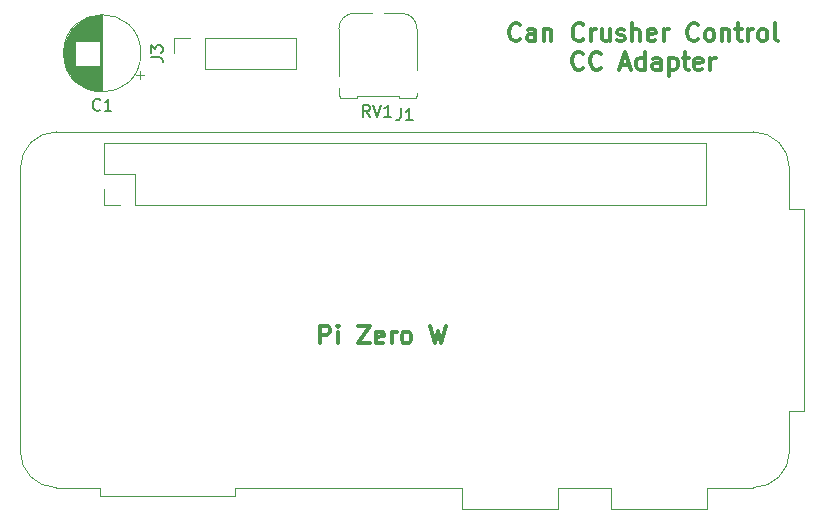
<source format=gbr>
%TF.GenerationSoftware,KiCad,Pcbnew,6.0.9-8da3e8f707~116~ubuntu22.04.1*%
%TF.CreationDate,2022-11-17T13:26:58-05:00*%
%TF.ProjectId,can-crusher-pi-hat,63616e2d-6372-4757-9368-65722d70692d,rev?*%
%TF.SameCoordinates,Original*%
%TF.FileFunction,Legend,Top*%
%TF.FilePolarity,Positive*%
%FSLAX46Y46*%
G04 Gerber Fmt 4.6, Leading zero omitted, Abs format (unit mm)*
G04 Created by KiCad (PCBNEW 6.0.9-8da3e8f707~116~ubuntu22.04.1) date 2022-11-17 13:26:58*
%MOMM*%
%LPD*%
G01*
G04 APERTURE LIST*
%ADD10C,0.300000*%
%ADD11C,0.150000*%
%ADD12C,0.120000*%
G04 APERTURE END LIST*
D10*
X158136142Y-55716214D02*
X158064714Y-55787642D01*
X157850428Y-55859071D01*
X157707571Y-55859071D01*
X157493285Y-55787642D01*
X157350428Y-55644785D01*
X157279000Y-55501928D01*
X157207571Y-55216214D01*
X157207571Y-55001928D01*
X157279000Y-54716214D01*
X157350428Y-54573357D01*
X157493285Y-54430500D01*
X157707571Y-54359071D01*
X157850428Y-54359071D01*
X158064714Y-54430500D01*
X158136142Y-54501928D01*
X159421857Y-55859071D02*
X159421857Y-55073357D01*
X159350428Y-54930500D01*
X159207571Y-54859071D01*
X158921857Y-54859071D01*
X158779000Y-54930500D01*
X159421857Y-55787642D02*
X159279000Y-55859071D01*
X158921857Y-55859071D01*
X158779000Y-55787642D01*
X158707571Y-55644785D01*
X158707571Y-55501928D01*
X158779000Y-55359071D01*
X158921857Y-55287642D01*
X159279000Y-55287642D01*
X159421857Y-55216214D01*
X160136142Y-54859071D02*
X160136142Y-55859071D01*
X160136142Y-55001928D02*
X160207571Y-54930500D01*
X160350428Y-54859071D01*
X160564714Y-54859071D01*
X160707571Y-54930500D01*
X160779000Y-55073357D01*
X160779000Y-55859071D01*
X163493285Y-55716214D02*
X163421857Y-55787642D01*
X163207571Y-55859071D01*
X163064714Y-55859071D01*
X162850428Y-55787642D01*
X162707571Y-55644785D01*
X162636142Y-55501928D01*
X162564714Y-55216214D01*
X162564714Y-55001928D01*
X162636142Y-54716214D01*
X162707571Y-54573357D01*
X162850428Y-54430500D01*
X163064714Y-54359071D01*
X163207571Y-54359071D01*
X163421857Y-54430500D01*
X163493285Y-54501928D01*
X164136142Y-55859071D02*
X164136142Y-54859071D01*
X164136142Y-55144785D02*
X164207571Y-55001928D01*
X164279000Y-54930500D01*
X164421857Y-54859071D01*
X164564714Y-54859071D01*
X165707571Y-54859071D02*
X165707571Y-55859071D01*
X165064714Y-54859071D02*
X165064714Y-55644785D01*
X165136142Y-55787642D01*
X165279000Y-55859071D01*
X165493285Y-55859071D01*
X165636142Y-55787642D01*
X165707571Y-55716214D01*
X166350428Y-55787642D02*
X166493285Y-55859071D01*
X166779000Y-55859071D01*
X166921857Y-55787642D01*
X166993285Y-55644785D01*
X166993285Y-55573357D01*
X166921857Y-55430500D01*
X166779000Y-55359071D01*
X166564714Y-55359071D01*
X166421857Y-55287642D01*
X166350428Y-55144785D01*
X166350428Y-55073357D01*
X166421857Y-54930500D01*
X166564714Y-54859071D01*
X166779000Y-54859071D01*
X166921857Y-54930500D01*
X167636142Y-55859071D02*
X167636142Y-54359071D01*
X168279000Y-55859071D02*
X168279000Y-55073357D01*
X168207571Y-54930500D01*
X168064714Y-54859071D01*
X167850428Y-54859071D01*
X167707571Y-54930500D01*
X167636142Y-55001928D01*
X169564714Y-55787642D02*
X169421857Y-55859071D01*
X169136142Y-55859071D01*
X168993285Y-55787642D01*
X168921857Y-55644785D01*
X168921857Y-55073357D01*
X168993285Y-54930500D01*
X169136142Y-54859071D01*
X169421857Y-54859071D01*
X169564714Y-54930500D01*
X169636142Y-55073357D01*
X169636142Y-55216214D01*
X168921857Y-55359071D01*
X170279000Y-55859071D02*
X170279000Y-54859071D01*
X170279000Y-55144785D02*
X170350428Y-55001928D01*
X170421857Y-54930500D01*
X170564714Y-54859071D01*
X170707571Y-54859071D01*
X173207571Y-55716214D02*
X173136142Y-55787642D01*
X172921857Y-55859071D01*
X172779000Y-55859071D01*
X172564714Y-55787642D01*
X172421857Y-55644785D01*
X172350428Y-55501928D01*
X172279000Y-55216214D01*
X172279000Y-55001928D01*
X172350428Y-54716214D01*
X172421857Y-54573357D01*
X172564714Y-54430500D01*
X172779000Y-54359071D01*
X172921857Y-54359071D01*
X173136142Y-54430500D01*
X173207571Y-54501928D01*
X174064714Y-55859071D02*
X173921857Y-55787642D01*
X173850428Y-55716214D01*
X173779000Y-55573357D01*
X173779000Y-55144785D01*
X173850428Y-55001928D01*
X173921857Y-54930500D01*
X174064714Y-54859071D01*
X174279000Y-54859071D01*
X174421857Y-54930500D01*
X174493285Y-55001928D01*
X174564714Y-55144785D01*
X174564714Y-55573357D01*
X174493285Y-55716214D01*
X174421857Y-55787642D01*
X174279000Y-55859071D01*
X174064714Y-55859071D01*
X175207571Y-54859071D02*
X175207571Y-55859071D01*
X175207571Y-55001928D02*
X175279000Y-54930500D01*
X175421857Y-54859071D01*
X175636142Y-54859071D01*
X175779000Y-54930500D01*
X175850428Y-55073357D01*
X175850428Y-55859071D01*
X176350428Y-54859071D02*
X176921857Y-54859071D01*
X176564714Y-54359071D02*
X176564714Y-55644785D01*
X176636142Y-55787642D01*
X176779000Y-55859071D01*
X176921857Y-55859071D01*
X177421857Y-55859071D02*
X177421857Y-54859071D01*
X177421857Y-55144785D02*
X177493285Y-55001928D01*
X177564714Y-54930500D01*
X177707571Y-54859071D01*
X177850428Y-54859071D01*
X178564714Y-55859071D02*
X178421857Y-55787642D01*
X178350428Y-55716214D01*
X178279000Y-55573357D01*
X178279000Y-55144785D01*
X178350428Y-55001928D01*
X178421857Y-54930500D01*
X178564714Y-54859071D01*
X178779000Y-54859071D01*
X178921857Y-54930500D01*
X178993285Y-55001928D01*
X179064714Y-55144785D01*
X179064714Y-55573357D01*
X178993285Y-55716214D01*
X178921857Y-55787642D01*
X178779000Y-55859071D01*
X178564714Y-55859071D01*
X179921857Y-55859071D02*
X179779000Y-55787642D01*
X179707571Y-55644785D01*
X179707571Y-54359071D01*
X163457571Y-58131214D02*
X163386142Y-58202642D01*
X163171857Y-58274071D01*
X163029000Y-58274071D01*
X162814714Y-58202642D01*
X162671857Y-58059785D01*
X162600428Y-57916928D01*
X162529000Y-57631214D01*
X162529000Y-57416928D01*
X162600428Y-57131214D01*
X162671857Y-56988357D01*
X162814714Y-56845500D01*
X163029000Y-56774071D01*
X163171857Y-56774071D01*
X163386142Y-56845500D01*
X163457571Y-56916928D01*
X164957571Y-58131214D02*
X164886142Y-58202642D01*
X164671857Y-58274071D01*
X164529000Y-58274071D01*
X164314714Y-58202642D01*
X164171857Y-58059785D01*
X164100428Y-57916928D01*
X164029000Y-57631214D01*
X164029000Y-57416928D01*
X164100428Y-57131214D01*
X164171857Y-56988357D01*
X164314714Y-56845500D01*
X164529000Y-56774071D01*
X164671857Y-56774071D01*
X164886142Y-56845500D01*
X164957571Y-56916928D01*
X166671857Y-57845500D02*
X167386142Y-57845500D01*
X166529000Y-58274071D02*
X167029000Y-56774071D01*
X167529000Y-58274071D01*
X168671857Y-58274071D02*
X168671857Y-56774071D01*
X168671857Y-58202642D02*
X168529000Y-58274071D01*
X168243285Y-58274071D01*
X168100428Y-58202642D01*
X168029000Y-58131214D01*
X167957571Y-57988357D01*
X167957571Y-57559785D01*
X168029000Y-57416928D01*
X168100428Y-57345500D01*
X168243285Y-57274071D01*
X168529000Y-57274071D01*
X168671857Y-57345500D01*
X170029000Y-58274071D02*
X170029000Y-57488357D01*
X169957571Y-57345500D01*
X169814714Y-57274071D01*
X169529000Y-57274071D01*
X169386142Y-57345500D01*
X170029000Y-58202642D02*
X169886142Y-58274071D01*
X169529000Y-58274071D01*
X169386142Y-58202642D01*
X169314714Y-58059785D01*
X169314714Y-57916928D01*
X169386142Y-57774071D01*
X169529000Y-57702642D01*
X169886142Y-57702642D01*
X170029000Y-57631214D01*
X170743285Y-57274071D02*
X170743285Y-58774071D01*
X170743285Y-57345500D02*
X170886142Y-57274071D01*
X171171857Y-57274071D01*
X171314714Y-57345500D01*
X171386142Y-57416928D01*
X171457571Y-57559785D01*
X171457571Y-57988357D01*
X171386142Y-58131214D01*
X171314714Y-58202642D01*
X171171857Y-58274071D01*
X170886142Y-58274071D01*
X170743285Y-58202642D01*
X171886142Y-57274071D02*
X172457571Y-57274071D01*
X172100428Y-56774071D02*
X172100428Y-58059785D01*
X172171857Y-58202642D01*
X172314714Y-58274071D01*
X172457571Y-58274071D01*
X173529000Y-58202642D02*
X173386142Y-58274071D01*
X173100428Y-58274071D01*
X172957571Y-58202642D01*
X172886142Y-58059785D01*
X172886142Y-57488357D01*
X172957571Y-57345500D01*
X173100428Y-57274071D01*
X173386142Y-57274071D01*
X173529000Y-57345500D01*
X173600428Y-57488357D01*
X173600428Y-57631214D01*
X172886142Y-57774071D01*
X174243285Y-58274071D02*
X174243285Y-57274071D01*
X174243285Y-57559785D02*
X174314714Y-57416928D01*
X174386142Y-57345500D01*
X174529000Y-57274071D01*
X174671857Y-57274071D01*
X141181000Y-81450571D02*
X141181000Y-79950571D01*
X141752428Y-79950571D01*
X141895285Y-80022000D01*
X141966714Y-80093428D01*
X142038142Y-80236285D01*
X142038142Y-80450571D01*
X141966714Y-80593428D01*
X141895285Y-80664857D01*
X141752428Y-80736285D01*
X141181000Y-80736285D01*
X142681000Y-81450571D02*
X142681000Y-80450571D01*
X142681000Y-79950571D02*
X142609571Y-80022000D01*
X142681000Y-80093428D01*
X142752428Y-80022000D01*
X142681000Y-79950571D01*
X142681000Y-80093428D01*
X144395285Y-79950571D02*
X145395285Y-79950571D01*
X144395285Y-81450571D01*
X145395285Y-81450571D01*
X146538142Y-81379142D02*
X146395285Y-81450571D01*
X146109571Y-81450571D01*
X145966714Y-81379142D01*
X145895285Y-81236285D01*
X145895285Y-80664857D01*
X145966714Y-80522000D01*
X146109571Y-80450571D01*
X146395285Y-80450571D01*
X146538142Y-80522000D01*
X146609571Y-80664857D01*
X146609571Y-80807714D01*
X145895285Y-80950571D01*
X147252428Y-81450571D02*
X147252428Y-80450571D01*
X147252428Y-80736285D02*
X147323857Y-80593428D01*
X147395285Y-80522000D01*
X147538142Y-80450571D01*
X147681000Y-80450571D01*
X148395285Y-81450571D02*
X148252428Y-81379142D01*
X148181000Y-81307714D01*
X148109571Y-81164857D01*
X148109571Y-80736285D01*
X148181000Y-80593428D01*
X148252428Y-80522000D01*
X148395285Y-80450571D01*
X148609571Y-80450571D01*
X148752428Y-80522000D01*
X148823857Y-80593428D01*
X148895285Y-80736285D01*
X148895285Y-81164857D01*
X148823857Y-81307714D01*
X148752428Y-81379142D01*
X148609571Y-81450571D01*
X148395285Y-81450571D01*
X150538142Y-79950571D02*
X150895285Y-81450571D01*
X151181000Y-80379142D01*
X151466714Y-81450571D01*
X151823857Y-79950571D01*
D11*
%TO.C,J3*%
X126857380Y-57229333D02*
X127571666Y-57229333D01*
X127714523Y-57276952D01*
X127809761Y-57372190D01*
X127857380Y-57515047D01*
X127857380Y-57610285D01*
X126857380Y-56848380D02*
X126857380Y-56229333D01*
X127238333Y-56562666D01*
X127238333Y-56419809D01*
X127285952Y-56324571D01*
X127333571Y-56276952D01*
X127428809Y-56229333D01*
X127666904Y-56229333D01*
X127762142Y-56276952D01*
X127809761Y-56324571D01*
X127857380Y-56419809D01*
X127857380Y-56705523D01*
X127809761Y-56800761D01*
X127762142Y-56848380D01*
%TO.C,RV1*%
X145394761Y-62261380D02*
X145061428Y-61785190D01*
X144823333Y-62261380D02*
X144823333Y-61261380D01*
X145204285Y-61261380D01*
X145299523Y-61309000D01*
X145347142Y-61356619D01*
X145394761Y-61451857D01*
X145394761Y-61594714D01*
X145347142Y-61689952D01*
X145299523Y-61737571D01*
X145204285Y-61785190D01*
X144823333Y-61785190D01*
X145680476Y-61261380D02*
X146013809Y-62261380D01*
X146347142Y-61261380D01*
X147204285Y-62261380D02*
X146632857Y-62261380D01*
X146918571Y-62261380D02*
X146918571Y-61261380D01*
X146823333Y-61404238D01*
X146728095Y-61499476D01*
X146632857Y-61547095D01*
%TO.C,C1*%
X122574713Y-61653142D02*
X122527094Y-61700761D01*
X122384237Y-61748380D01*
X122288999Y-61748380D01*
X122146141Y-61700761D01*
X122050903Y-61605523D01*
X122003284Y-61510285D01*
X121955665Y-61319809D01*
X121955665Y-61176952D01*
X122003284Y-60986476D01*
X122050903Y-60891238D01*
X122146141Y-60796000D01*
X122288999Y-60748380D01*
X122384237Y-60748380D01*
X122527094Y-60796000D01*
X122574713Y-60843619D01*
X123527094Y-61748380D02*
X122955665Y-61748380D01*
X123241380Y-61748380D02*
X123241380Y-60748380D01*
X123146141Y-60891238D01*
X123050903Y-60986476D01*
X122955665Y-61034095D01*
%TO.C,J1*%
X148039666Y-61556380D02*
X148039666Y-62270666D01*
X147992047Y-62413523D01*
X147896809Y-62508761D01*
X147753952Y-62556380D01*
X147658714Y-62556380D01*
X149039666Y-62556380D02*
X148468238Y-62556380D01*
X148753952Y-62556380D02*
X148753952Y-61556380D01*
X148658714Y-61699238D01*
X148563476Y-61794476D01*
X148468238Y-61842095D01*
D12*
%TO.C,J3*%
X128845000Y-56896000D02*
X128845000Y-55566000D01*
X131445000Y-58226000D02*
X139125000Y-58226000D01*
X139125000Y-58226000D02*
X139125000Y-55566000D01*
X131445000Y-58226000D02*
X131445000Y-55566000D01*
X131445000Y-55566000D02*
X139125000Y-55566000D01*
X128845000Y-55566000D02*
X130175000Y-55566000D01*
%TO.C,RV1*%
X146600000Y-53499000D02*
X148090000Y-53499000D01*
X147880000Y-60519000D02*
X144300000Y-60519000D01*
X149400000Y-60519000D02*
X149400000Y-60269000D01*
X147880000Y-60519000D02*
X147880000Y-60719000D01*
X149300000Y-60519000D02*
X149400000Y-60519000D01*
X142880000Y-60719000D02*
X142880000Y-60519000D01*
X149300000Y-60719000D02*
X149300000Y-60519000D01*
X144300000Y-60519000D02*
X144300000Y-60719000D01*
X149400000Y-54809000D02*
X149400000Y-58349000D01*
X142780000Y-60519000D02*
X142780000Y-59829000D01*
X144300000Y-60719000D02*
X142880000Y-60719000D01*
X142880000Y-60519000D02*
X142780000Y-60519000D01*
X149300000Y-60719000D02*
X147880000Y-60719000D01*
X144090000Y-53499000D02*
X145580000Y-53499000D01*
X142780000Y-58789000D02*
X142780000Y-54809000D01*
X149400000Y-54809000D02*
G75*
G03*
X148090000Y-53499000I-1310000J0D01*
G01*
X144090000Y-53499000D02*
G75*
G03*
X142780000Y-54809000I0J-1310000D01*
G01*
%TO.C,C1*%
X121540380Y-59898000D02*
X121540380Y-57936000D01*
X121620380Y-55856000D02*
X121620380Y-53863000D01*
X121140380Y-59708000D02*
X121140380Y-57936000D01*
X122261380Y-55856000D02*
X122261380Y-53701000D01*
X120780380Y-55856000D02*
X120780380Y-54318000D01*
X120260380Y-58988000D02*
X120260380Y-54804000D01*
X120380380Y-59120000D02*
X120380380Y-54672000D01*
X120940380Y-55856000D02*
X120940380Y-54206000D01*
X121900380Y-60017000D02*
X121900380Y-57936000D01*
X122221380Y-55856000D02*
X122221380Y-53707000D01*
X122381380Y-55856000D02*
X122381380Y-53685000D01*
X120700380Y-59412000D02*
X120700380Y-57936000D01*
X121660380Y-55856000D02*
X121660380Y-53849000D01*
X120740380Y-55856000D02*
X120740380Y-54348000D01*
X120340380Y-59078000D02*
X120340380Y-54714000D01*
X122501380Y-55856000D02*
X122501380Y-53674000D01*
X122061380Y-60055000D02*
X122061380Y-57936000D01*
X120060380Y-58730000D02*
X120060380Y-55062000D01*
X122541380Y-60120000D02*
X122541380Y-53672000D01*
X119860380Y-58405000D02*
X119860380Y-55387000D01*
X119500380Y-57298000D02*
X119500380Y-56494000D01*
X121180380Y-55856000D02*
X121180380Y-54062000D01*
X122181380Y-60078000D02*
X122181380Y-57936000D01*
X121740380Y-55856000D02*
X121740380Y-53822000D01*
X122381380Y-60107000D02*
X122381380Y-57936000D01*
X120460380Y-55856000D02*
X120460380Y-54591000D01*
X120580380Y-55856000D02*
X120580380Y-54480000D01*
X121020380Y-55856000D02*
X121020380Y-54154000D01*
X121340380Y-55856000D02*
X121340380Y-53980000D01*
X120620380Y-55856000D02*
X120620380Y-54446000D01*
X120700380Y-55856000D02*
X120700380Y-54380000D01*
X119780380Y-58246000D02*
X119780380Y-55546000D01*
X122501380Y-60118000D02*
X122501380Y-57936000D01*
X119820380Y-58328000D02*
X119820380Y-55464000D01*
X121900380Y-55856000D02*
X121900380Y-53775000D01*
X121220380Y-55856000D02*
X121220380Y-54040000D01*
X121060380Y-55856000D02*
X121060380Y-54130000D01*
X121260380Y-55856000D02*
X121260380Y-54020000D01*
X122741380Y-60126000D02*
X122741380Y-53666000D01*
X121820380Y-59994000D02*
X121820380Y-57936000D01*
X120580380Y-59312000D02*
X120580380Y-57936000D01*
X120940380Y-59586000D02*
X120940380Y-57936000D01*
X121780380Y-55856000D02*
X121780380Y-53810000D01*
X125926621Y-59050000D02*
X125926621Y-58420000D01*
X120020380Y-58672000D02*
X120020380Y-55120000D01*
X120660380Y-55856000D02*
X120660380Y-54412000D01*
X121460380Y-59866000D02*
X121460380Y-57936000D01*
X120620380Y-59346000D02*
X120620380Y-57936000D01*
X121100380Y-59686000D02*
X121100380Y-57936000D01*
X126241621Y-58735000D02*
X125611621Y-58735000D01*
X120900380Y-55856000D02*
X120900380Y-54232000D01*
X122020380Y-60046000D02*
X122020380Y-57936000D01*
X121940380Y-60027000D02*
X121940380Y-57936000D01*
X121260380Y-59772000D02*
X121260380Y-57936000D01*
X122020380Y-55856000D02*
X122020380Y-53746000D01*
X120980380Y-55856000D02*
X120980380Y-54180000D01*
X121380380Y-55856000D02*
X121380380Y-53962000D01*
X120300380Y-59033000D02*
X120300380Y-54759000D01*
X120660380Y-59380000D02*
X120660380Y-57936000D01*
X121780380Y-59982000D02*
X121780380Y-57936000D01*
X120220380Y-58940000D02*
X120220380Y-54852000D01*
X122221380Y-60085000D02*
X122221380Y-57936000D01*
X122301380Y-55856000D02*
X122301380Y-53695000D01*
X121620380Y-59929000D02*
X121620380Y-57936000D01*
X121380380Y-59830000D02*
X121380380Y-57936000D01*
X120500380Y-55856000D02*
X120500380Y-54553000D01*
X121580380Y-55856000D02*
X121580380Y-53878000D01*
X119940380Y-58546000D02*
X119940380Y-55246000D01*
X120500380Y-59239000D02*
X120500380Y-57936000D01*
X121980380Y-55856000D02*
X121980380Y-53755000D01*
X122461380Y-60114000D02*
X122461380Y-57936000D01*
X121580380Y-59914000D02*
X121580380Y-57936000D01*
X122661380Y-60126000D02*
X122661380Y-53666000D01*
X120540380Y-59276000D02*
X120540380Y-57936000D01*
X119900380Y-58477000D02*
X119900380Y-55315000D01*
X120860380Y-59532000D02*
X120860380Y-57936000D01*
X119620380Y-57836000D02*
X119620380Y-55956000D01*
X121700380Y-59957000D02*
X121700380Y-57936000D01*
X121500380Y-55856000D02*
X121500380Y-53910000D01*
X120820380Y-59503000D02*
X120820380Y-57936000D01*
X122421380Y-55856000D02*
X122421380Y-53681000D01*
X121020380Y-59638000D02*
X121020380Y-57936000D01*
X121820380Y-55856000D02*
X121820380Y-53798000D01*
X121220380Y-59752000D02*
X121220380Y-57936000D01*
X119660380Y-57955000D02*
X119660380Y-55837000D01*
X119700380Y-58061000D02*
X119700380Y-55731000D01*
X119740380Y-58158000D02*
X119740380Y-55634000D01*
X120980380Y-59612000D02*
X120980380Y-57936000D01*
X121540380Y-55856000D02*
X121540380Y-53894000D01*
X122301380Y-60097000D02*
X122301380Y-57936000D01*
X121740380Y-59970000D02*
X121740380Y-57936000D01*
X122101380Y-55856000D02*
X122101380Y-53729000D01*
X122421380Y-60111000D02*
X122421380Y-57936000D01*
X122701380Y-60126000D02*
X122701380Y-53666000D01*
X121660380Y-59943000D02*
X121660380Y-57936000D01*
X121860380Y-55856000D02*
X121860380Y-53786000D01*
X122581380Y-60123000D02*
X122581380Y-53669000D01*
X120140380Y-58840000D02*
X120140380Y-54952000D01*
X122141380Y-55856000D02*
X122141380Y-53721000D01*
X121700380Y-55856000D02*
X121700380Y-53835000D01*
X120740380Y-59444000D02*
X120740380Y-57936000D01*
X120460380Y-59201000D02*
X120460380Y-57936000D01*
X120900380Y-59560000D02*
X120900380Y-57936000D01*
X121860380Y-60006000D02*
X121860380Y-57936000D01*
X122141380Y-60071000D02*
X122141380Y-57936000D01*
X120860380Y-55856000D02*
X120860380Y-54260000D01*
X121980380Y-60037000D02*
X121980380Y-57936000D01*
X119580380Y-57698000D02*
X119580380Y-56094000D01*
X119980380Y-58610000D02*
X119980380Y-55182000D01*
X121460380Y-55856000D02*
X121460380Y-53926000D01*
X122341380Y-55856000D02*
X122341380Y-53690000D01*
X122461380Y-55856000D02*
X122461380Y-53678000D01*
X121340380Y-59812000D02*
X121340380Y-57936000D01*
X122261380Y-60091000D02*
X122261380Y-57936000D01*
X120180380Y-58891000D02*
X120180380Y-54901000D01*
X121500380Y-59882000D02*
X121500380Y-57936000D01*
X119540380Y-57529000D02*
X119540380Y-56263000D01*
X120420380Y-59161000D02*
X120420380Y-54631000D01*
X121300380Y-59792000D02*
X121300380Y-57936000D01*
X122621380Y-60124000D02*
X122621380Y-53668000D01*
X121100380Y-55856000D02*
X121100380Y-54106000D01*
X121060380Y-59662000D02*
X121060380Y-57936000D01*
X120540380Y-55856000D02*
X120540380Y-54516000D01*
X120100380Y-58786000D02*
X120100380Y-55006000D01*
X121180380Y-59730000D02*
X121180380Y-57936000D01*
X121300380Y-55856000D02*
X121300380Y-54000000D01*
X121140380Y-55856000D02*
X121140380Y-54084000D01*
X122181380Y-55856000D02*
X122181380Y-53714000D01*
X120780380Y-59474000D02*
X120780380Y-57936000D01*
X121420380Y-55856000D02*
X121420380Y-53944000D01*
X122341380Y-60102000D02*
X122341380Y-57936000D01*
X121420380Y-59848000D02*
X121420380Y-57936000D01*
X122061380Y-55856000D02*
X122061380Y-53737000D01*
X122101380Y-60063000D02*
X122101380Y-57936000D01*
X120820380Y-55856000D02*
X120820380Y-54289000D01*
X121940380Y-55856000D02*
X121940380Y-53765000D01*
X126011380Y-56896000D02*
G75*
G03*
X126011380Y-56896000I-3270000J0D01*
G01*
%TO.C,J1*%
X125513000Y-69704000D02*
X173833000Y-69704000D01*
X180933000Y-70044000D02*
X182133000Y-70044000D01*
X173933000Y-93664000D02*
X173933000Y-95464000D01*
X182133000Y-87164000D02*
X180933000Y-87164000D01*
X161333000Y-93664000D02*
X161333000Y-95464000D01*
X125513000Y-67104000D02*
X125513000Y-69704000D01*
X173833000Y-64504000D02*
X173833000Y-69704000D01*
X133983000Y-93664000D02*
X133983000Y-94364000D01*
X173933000Y-95464000D02*
X165813000Y-95464000D01*
X122913000Y-64504000D02*
X122913000Y-67104000D01*
X122563000Y-93664000D02*
X118873000Y-93664000D01*
X122913000Y-67104000D02*
X125513000Y-67104000D01*
X161333000Y-95464000D02*
X153213000Y-95464000D01*
X115813000Y-66604000D02*
X115813000Y-90604000D01*
X122913000Y-68374000D02*
X122913000Y-69704000D01*
X180933000Y-70044000D02*
X180933000Y-66604000D01*
X177873000Y-93664000D02*
X173933000Y-93664000D01*
X122563000Y-94364000D02*
X122563000Y-93664000D01*
X182133000Y-70044000D02*
X182133000Y-87164000D01*
X153213000Y-95464000D02*
X153213000Y-93664000D01*
X133983000Y-94364000D02*
X122563000Y-94364000D01*
X165813000Y-93664000D02*
X161333000Y-93664000D01*
X153213000Y-93664000D02*
X133983000Y-93664000D01*
X180933000Y-87164000D02*
X180933000Y-90604000D01*
X165813000Y-95464000D02*
X165813000Y-93664000D01*
X122913000Y-64504000D02*
X173833000Y-64504000D01*
X177873000Y-63544000D02*
X118873000Y-63544000D01*
X122913000Y-69704000D02*
X124243000Y-69704000D01*
X115813000Y-90604000D02*
G75*
G03*
X118873000Y-93664000I3060000J0D01*
G01*
X118873000Y-63544000D02*
G75*
G03*
X115813000Y-66604000I-1J-3059999D01*
G01*
X180933000Y-66604000D02*
G75*
G03*
X177873000Y-63544000I-3059999J1D01*
G01*
X177873000Y-93664000D02*
G75*
G03*
X180933000Y-90604000I0J3060000D01*
G01*
%TD*%
M02*

</source>
